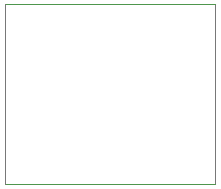
<source format=gbr>
%TF.GenerationSoftware,Altium Limited,Altium Designer,20.1.8 (145)*%
G04 Layer_Color=0*
%FSLAX43Y43*%
%MOMM*%
%TF.SameCoordinates,5AABE4A0-D283-4886-96A5-05EAE877BFA1*%
%TF.FilePolarity,Positive*%
%TF.FileFunction,Profile,NP*%
%TF.Part,Single*%
G01*
G75*
%TA.AperFunction,Profile*%
%ADD19C,0.025*%
D19*
X25400Y25400D02*
X43180D01*
Y40640D01*
X25400D01*
Y25400D01*
%TF.MD5,7252e6d2edb69ec8b0da8877ff12a5ea*%
M02*

</source>
